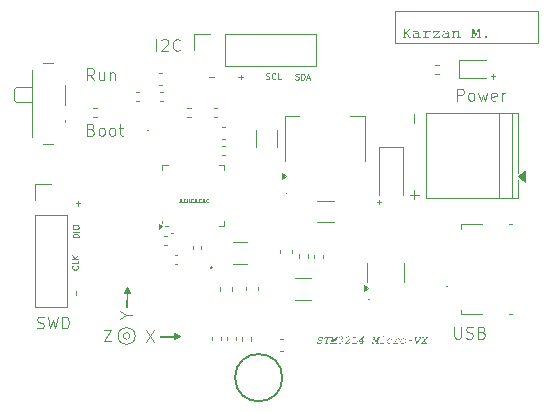
<source format=gbr>
%TF.GenerationSoftware,KiCad,Pcbnew,9.0.3+1*%
%TF.CreationDate,2025-09-03T21:21:14+02:00*%
%TF.ProjectId,Micro-VX,4d696372-6f2d-4565-982e-6b696361645f,rev?*%
%TF.SameCoordinates,Original*%
%TF.FileFunction,Legend,Top*%
%TF.FilePolarity,Positive*%
%FSLAX46Y46*%
G04 Gerber Fmt 4.6, Leading zero omitted, Abs format (unit mm)*
G04 Created by KiCad (PCBNEW 9.0.3+1) date 2025-09-03 21:21:14*
%MOMM*%
%LPD*%
G01*
G04 APERTURE LIST*
%ADD10C,0.100000*%
%ADD11C,0.080000*%
%ADD12C,0.062500*%
%ADD13C,0.120000*%
%ADD14C,0.150000*%
G04 APERTURE END LIST*
D10*
X43650000Y-58800000D02*
X43150000Y-59050000D01*
X43150000Y-58814705D01*
X41950000Y-58850000D01*
X41950000Y-58725000D01*
X43150000Y-58777941D01*
X43150000Y-58550000D01*
X43650000Y-58800000D01*
G36*
X43650000Y-58800000D02*
G01*
X43150000Y-59050000D01*
X43150000Y-58814705D01*
X41950000Y-58850000D01*
X41950000Y-58725000D01*
X43150000Y-58777941D01*
X43150000Y-58550000D01*
X43650000Y-58800000D01*
G37*
X39400000Y-55125000D02*
X39164706Y-55125000D01*
X39200000Y-56325000D01*
X39075000Y-56325000D01*
X39127941Y-55125000D01*
X38900000Y-55125000D01*
X39150000Y-54625000D01*
X39400000Y-55125000D01*
G36*
X39400000Y-55125000D02*
G01*
X39164706Y-55125000D01*
X39200000Y-56325000D01*
X39075000Y-56325000D01*
X39127941Y-55125000D01*
X38900000Y-55125000D01*
X39150000Y-54625000D01*
X39400000Y-55125000D01*
G37*
X66290000Y-54580000D02*
G75*
G02*
X66210000Y-54580000I-40000J0D01*
G01*
X66210000Y-54580000D02*
G75*
G02*
X66290000Y-54580000I40000J0D01*
G01*
X40993852Y-41350000D02*
G75*
G02*
X40886148Y-41350000I-53852J0D01*
G01*
X40886148Y-41350000D02*
G75*
G02*
X40993852Y-41350000I53852J0D01*
G01*
X39868179Y-58765000D02*
G75*
G02*
X38409659Y-58765000I-729260J0D01*
G01*
X38409659Y-58765000D02*
G75*
G02*
X39868179Y-58765000I729260J0D01*
G01*
X61890000Y-31210000D02*
X73950000Y-31210000D01*
X73950000Y-33970000D01*
X61890000Y-33970000D01*
X61890000Y-31210000D01*
X52700000Y-46710000D02*
G75*
G02*
X52640000Y-46710000I-30000J0D01*
G01*
X52640000Y-46710000D02*
G75*
G02*
X52700000Y-46710000I30000J0D01*
G01*
X46404340Y-52990000D02*
G75*
G02*
X46215660Y-52990000I-94340J0D01*
G01*
X46215660Y-52990000D02*
G75*
G02*
X46404340Y-52990000I94340J0D01*
G01*
X43080828Y-50090000D02*
G75*
G02*
X42959172Y-50090000I-60828J0D01*
G01*
X42959172Y-50090000D02*
G75*
G02*
X43080828Y-50090000I60828J0D01*
G01*
X59700990Y-55670000D02*
G75*
G02*
X59599010Y-55670000I-50990J0D01*
G01*
X59599010Y-55670000D02*
G75*
G02*
X59700990Y-55670000I50990J0D01*
G01*
X39420368Y-58765000D02*
G75*
G02*
X38857470Y-58765000I-281449J0D01*
G01*
X38857470Y-58765000D02*
G75*
G02*
X39420368Y-58765000I281449J0D01*
G01*
X50941027Y-36989800D02*
X51012455Y-37013609D01*
X51012455Y-37013609D02*
X51131503Y-37013609D01*
X51131503Y-37013609D02*
X51179122Y-36989800D01*
X51179122Y-36989800D02*
X51202931Y-36965990D01*
X51202931Y-36965990D02*
X51226741Y-36918371D01*
X51226741Y-36918371D02*
X51226741Y-36870752D01*
X51226741Y-36870752D02*
X51202931Y-36823133D01*
X51202931Y-36823133D02*
X51179122Y-36799323D01*
X51179122Y-36799323D02*
X51131503Y-36775514D01*
X51131503Y-36775514D02*
X51036265Y-36751704D01*
X51036265Y-36751704D02*
X50988646Y-36727895D01*
X50988646Y-36727895D02*
X50964836Y-36704085D01*
X50964836Y-36704085D02*
X50941027Y-36656466D01*
X50941027Y-36656466D02*
X50941027Y-36608847D01*
X50941027Y-36608847D02*
X50964836Y-36561228D01*
X50964836Y-36561228D02*
X50988646Y-36537419D01*
X50988646Y-36537419D02*
X51036265Y-36513609D01*
X51036265Y-36513609D02*
X51155312Y-36513609D01*
X51155312Y-36513609D02*
X51226741Y-36537419D01*
X51726740Y-36965990D02*
X51702931Y-36989800D01*
X51702931Y-36989800D02*
X51631502Y-37013609D01*
X51631502Y-37013609D02*
X51583883Y-37013609D01*
X51583883Y-37013609D02*
X51512455Y-36989800D01*
X51512455Y-36989800D02*
X51464836Y-36942180D01*
X51464836Y-36942180D02*
X51441026Y-36894561D01*
X51441026Y-36894561D02*
X51417217Y-36799323D01*
X51417217Y-36799323D02*
X51417217Y-36727895D01*
X51417217Y-36727895D02*
X51441026Y-36632657D01*
X51441026Y-36632657D02*
X51464836Y-36585038D01*
X51464836Y-36585038D02*
X51512455Y-36537419D01*
X51512455Y-36537419D02*
X51583883Y-36513609D01*
X51583883Y-36513609D02*
X51631502Y-36513609D01*
X51631502Y-36513609D02*
X51702931Y-36537419D01*
X51702931Y-36537419D02*
X51726740Y-36561228D01*
X52179121Y-37013609D02*
X51941026Y-37013609D01*
X51941026Y-37013609D02*
X51941026Y-36513609D01*
X37855639Y-59190342D02*
X37255639Y-59190342D01*
X37255639Y-59190342D02*
X37855639Y-58290342D01*
X37855639Y-58290342D02*
X37255639Y-58290342D01*
X63491466Y-47196115D02*
X63491466Y-46434211D01*
X63872419Y-46815163D02*
X63110514Y-46815163D01*
G36*
X62503958Y-32740607D02*
G01*
X62503958Y-32806430D01*
X62621561Y-32806430D01*
X62621561Y-33464237D01*
X62503958Y-33464237D01*
X62503958Y-33530000D01*
X62810544Y-33530000D01*
X62810544Y-33464237D01*
X62691536Y-33464237D01*
X62691536Y-33242648D01*
X62788135Y-33150080D01*
X62822340Y-33169391D01*
X62853024Y-33191296D01*
X62905966Y-33243329D01*
X62958353Y-33316710D01*
X62972965Y-33340833D01*
X62980096Y-33353901D01*
X63020589Y-33430709D01*
X63063946Y-33530000D01*
X63243159Y-33530000D01*
X63243159Y-33464237D01*
X63114382Y-33464237D01*
X63079941Y-33389906D01*
X63046578Y-33326684D01*
X63014627Y-33273976D01*
X62983830Y-33230157D01*
X62953890Y-33193838D01*
X62925228Y-33164548D01*
X62868881Y-33120950D01*
X62835762Y-33102391D01*
X63139539Y-32806430D01*
X63202554Y-32806430D01*
X63202554Y-32740607D01*
X62929551Y-32740607D01*
X62929551Y-32806430D01*
X63044345Y-32806430D01*
X62691536Y-33150080D01*
X62691536Y-32806430D01*
X62810544Y-32806430D01*
X62810544Y-32740607D01*
X62503958Y-32740607D01*
G37*
G36*
X63708451Y-32902656D02*
G01*
X63745117Y-32907874D01*
X63776903Y-32916090D01*
X63804156Y-32926912D01*
X63846460Y-32954804D01*
X63874817Y-32988406D01*
X63892017Y-33024579D01*
X63900850Y-33060181D01*
X63904569Y-33117107D01*
X63904569Y-33464237D01*
X64029193Y-33464237D01*
X64029193Y-33530000D01*
X63834593Y-33530000D01*
X63834593Y-33429494D01*
X63829123Y-33434471D01*
X63764979Y-33484311D01*
X63698638Y-33520684D01*
X63632613Y-33542345D01*
X63567208Y-33549539D01*
X63519522Y-33545361D01*
X63488647Y-33537718D01*
X63460341Y-33526636D01*
X63433843Y-33511930D01*
X63410392Y-33494380D01*
X63389743Y-33473980D01*
X63372574Y-33451531D01*
X63349406Y-33402696D01*
X63341987Y-33354328D01*
X63417365Y-33354328D01*
X63420509Y-33379741D01*
X63427969Y-33400518D01*
X63439333Y-33419740D01*
X63454841Y-33437745D01*
X63473558Y-33453262D01*
X63517840Y-33475001D01*
X63565804Y-33482372D01*
X63584163Y-33481690D01*
X63639314Y-33471385D01*
X63700632Y-33445728D01*
X63766051Y-33401741D01*
X63799688Y-33372162D01*
X63834593Y-33336193D01*
X63834593Y-33224879D01*
X63763482Y-33215443D01*
X63652571Y-33209553D01*
X63607531Y-33211335D01*
X63567431Y-33216580D01*
X63533404Y-33224752D01*
X63495850Y-33239666D01*
X63467418Y-33257674D01*
X63446840Y-33277413D01*
X63432847Y-33297518D01*
X63419545Y-33333373D01*
X63417365Y-33354328D01*
X63341987Y-33354328D01*
X63341772Y-33352923D01*
X63343315Y-33331985D01*
X63357511Y-33283583D01*
X63385505Y-33238399D01*
X63426610Y-33199810D01*
X63481358Y-33169624D01*
X63514186Y-33158270D01*
X63551291Y-33149680D01*
X63592618Y-33144275D01*
X63638588Y-33142386D01*
X63735790Y-33147220D01*
X63834593Y-33160582D01*
X63834593Y-33117107D01*
X63834067Y-33094148D01*
X63826778Y-33053425D01*
X63809267Y-33019936D01*
X63779567Y-32993572D01*
X63758880Y-32983227D01*
X63733566Y-32975227D01*
X63702318Y-32969931D01*
X63665211Y-32968058D01*
X63614973Y-32971192D01*
X63529359Y-32989070D01*
X63480557Y-33005038D01*
X63425792Y-33027103D01*
X63399169Y-32963845D01*
X63495120Y-32928403D01*
X63582819Y-32907733D01*
X63666554Y-32900830D01*
X63708451Y-32902656D01*
G37*
G36*
X64214635Y-32928185D02*
G01*
X64214635Y-32994009D01*
X64376995Y-32994009D01*
X64376995Y-33464237D01*
X64203400Y-33464237D01*
X64203400Y-33530000D01*
X64713012Y-33530000D01*
X64713012Y-33464237D01*
X64447032Y-33464237D01*
X64447032Y-33157773D01*
X64449357Y-33155173D01*
X64496431Y-33104575D01*
X64561330Y-33046464D01*
X64598978Y-33020137D01*
X64639300Y-32998585D01*
X64681702Y-32984028D01*
X64725591Y-32978682D01*
X64747732Y-32980511D01*
X64765695Y-32985499D01*
X64792586Y-33002928D01*
X64812177Y-33027988D01*
X64813824Y-33030462D01*
X64819380Y-33040232D01*
X64893569Y-32985704D01*
X64868919Y-32958697D01*
X64837836Y-32934186D01*
X64796441Y-32916176D01*
X64740852Y-32908674D01*
X64736826Y-32908646D01*
X64674414Y-32915885D01*
X64613561Y-32937426D01*
X64552451Y-32973977D01*
X64488786Y-33027260D01*
X64450735Y-33064550D01*
X64447032Y-33068258D01*
X64447032Y-32928185D01*
X64214635Y-32928185D01*
G37*
G36*
X65097206Y-32928185D02*
G01*
X65097206Y-33118572D01*
X65163030Y-33118572D01*
X65163030Y-32994009D01*
X65532630Y-32994009D01*
X65083224Y-33464237D01*
X65083224Y-33530000D01*
X65632037Y-33530000D01*
X65632037Y-33335460D01*
X65566214Y-33335460D01*
X65566214Y-33464237D01*
X65178417Y-33464237D01*
X65632037Y-32988391D01*
X65632037Y-32928185D01*
X65097206Y-32928185D01*
G37*
G36*
X66226106Y-32902656D02*
G01*
X66262773Y-32907874D01*
X66294558Y-32916090D01*
X66321811Y-32926912D01*
X66364115Y-32954804D01*
X66392472Y-32988406D01*
X66409672Y-33024579D01*
X66418505Y-33060181D01*
X66422224Y-33117107D01*
X66422224Y-33464237D01*
X66546849Y-33464237D01*
X66546849Y-33530000D01*
X66352248Y-33530000D01*
X66352248Y-33429494D01*
X66346779Y-33434471D01*
X66282635Y-33484311D01*
X66216293Y-33520684D01*
X66150269Y-33542345D01*
X66084863Y-33549539D01*
X66037177Y-33545361D01*
X66006303Y-33537718D01*
X65977996Y-33526636D01*
X65951499Y-33511930D01*
X65928047Y-33494380D01*
X65907398Y-33473980D01*
X65890229Y-33451531D01*
X65867061Y-33402696D01*
X65859642Y-33354328D01*
X65935020Y-33354328D01*
X65938164Y-33379741D01*
X65945624Y-33400518D01*
X65956988Y-33419740D01*
X65972496Y-33437745D01*
X65991214Y-33453262D01*
X66035495Y-33475001D01*
X66083459Y-33482372D01*
X66101819Y-33481690D01*
X66156969Y-33471385D01*
X66218287Y-33445728D01*
X66283706Y-33401741D01*
X66317343Y-33372162D01*
X66352248Y-33336193D01*
X66352248Y-33224879D01*
X66281137Y-33215443D01*
X66170226Y-33209553D01*
X66125186Y-33211335D01*
X66085086Y-33216580D01*
X66051059Y-33224752D01*
X66013505Y-33239666D01*
X65985073Y-33257674D01*
X65964495Y-33277413D01*
X65950502Y-33297518D01*
X65937200Y-33333373D01*
X65935020Y-33354328D01*
X65859642Y-33354328D01*
X65859427Y-33352923D01*
X65860970Y-33331985D01*
X65875166Y-33283583D01*
X65903160Y-33238399D01*
X65944265Y-33199810D01*
X65999013Y-33169624D01*
X66031841Y-33158270D01*
X66068946Y-33149680D01*
X66110274Y-33144275D01*
X66156243Y-33142386D01*
X66253445Y-33147220D01*
X66352248Y-33160582D01*
X66352248Y-33117107D01*
X66351722Y-33094148D01*
X66344434Y-33053425D01*
X66326923Y-33019936D01*
X66297222Y-32993572D01*
X66276535Y-32983227D01*
X66251221Y-32975227D01*
X66219973Y-32969931D01*
X66182866Y-32968058D01*
X66132629Y-32971192D01*
X66047014Y-32989070D01*
X65998212Y-33005038D01*
X65943447Y-33027103D01*
X65916824Y-32963845D01*
X66012775Y-32928403D01*
X66100474Y-32907733D01*
X66184209Y-32900830D01*
X66226106Y-32902656D01*
G37*
G36*
X66663658Y-32928185D02*
G01*
X66663658Y-32994009D01*
X66778452Y-32994009D01*
X66778452Y-33464237D01*
X66663658Y-33464237D01*
X66663658Y-33530000D01*
X66966031Y-33530000D01*
X66966031Y-33464237D01*
X66848489Y-33464237D01*
X66848489Y-33090301D01*
X66898099Y-33053649D01*
X66941679Y-33025915D01*
X66979791Y-33005874D01*
X67012918Y-32992344D01*
X67068589Y-32979736D01*
X67090655Y-32978682D01*
X67114744Y-32980609D01*
X67136962Y-32986281D01*
X67156798Y-32995336D01*
X67174521Y-33007689D01*
X67203135Y-33041890D01*
X67221678Y-33088985D01*
X67227859Y-33144706D01*
X67227859Y-33464237D01*
X67107447Y-33464237D01*
X67107447Y-33530000D01*
X67409881Y-33530000D01*
X67409881Y-33464237D01*
X67297834Y-33464237D01*
X67297834Y-33139150D01*
X67295906Y-33103788D01*
X67290220Y-33070599D01*
X67281138Y-33040381D01*
X67268729Y-33012704D01*
X67253562Y-32988381D01*
X67235500Y-32966893D01*
X67215206Y-32948853D01*
X67192402Y-32933904D01*
X67167611Y-32922390D01*
X67140623Y-32914244D01*
X67089251Y-32908646D01*
X67026560Y-32915772D01*
X66964390Y-32937013D01*
X66898786Y-32973501D01*
X66853113Y-33004736D01*
X66848489Y-33007991D01*
X66848489Y-32928185D01*
X66663658Y-32928185D01*
G37*
G36*
X68305703Y-32740607D02*
G01*
X68305703Y-32806430D01*
X68405109Y-32806430D01*
X68381296Y-33464237D01*
X68295872Y-33464237D01*
X68295872Y-33530000D01*
X68592688Y-33530000D01*
X68592688Y-33464237D01*
X68442906Y-33464237D01*
X68463911Y-32806430D01*
X68489068Y-32806430D01*
X68671090Y-33326789D01*
X68743874Y-33326789D01*
X68939879Y-32806430D01*
X68965097Y-32806430D01*
X68986102Y-33464237D01*
X68836320Y-33464237D01*
X68836320Y-33530000D01*
X69133075Y-33530000D01*
X69133075Y-33464237D01*
X69047712Y-33464237D01*
X69023899Y-32806430D01*
X69123306Y-32806430D01*
X69123306Y-32740607D01*
X68897869Y-32740607D01*
X68724274Y-33214804D01*
X68699117Y-33214804D01*
X68539504Y-32740607D01*
X68305703Y-32740607D01*
G37*
G36*
X69553722Y-33363060D02*
G01*
X69512371Y-33370607D01*
X69492765Y-33379992D01*
X69475427Y-33392832D01*
X69462183Y-33407637D01*
X69452422Y-33425056D01*
X69445889Y-33458253D01*
X69453066Y-33493381D01*
X69473461Y-33522131D01*
X69506239Y-33543459D01*
X69547687Y-33553280D01*
X69553722Y-33553447D01*
X69595036Y-33545899D01*
X69614636Y-33536512D01*
X69631970Y-33523668D01*
X69645211Y-33508858D01*
X69654969Y-33491434D01*
X69661495Y-33458253D01*
X69654263Y-33423632D01*
X69633346Y-33394248D01*
X69599747Y-33372472D01*
X69579164Y-33365896D01*
X69557753Y-33363132D01*
X69553722Y-33363060D01*
G37*
X34965990Y-52829449D02*
X34989800Y-52853258D01*
X34989800Y-52853258D02*
X35013609Y-52924687D01*
X35013609Y-52924687D02*
X35013609Y-52972306D01*
X35013609Y-52972306D02*
X34989800Y-53043734D01*
X34989800Y-53043734D02*
X34942180Y-53091353D01*
X34942180Y-53091353D02*
X34894561Y-53115163D01*
X34894561Y-53115163D02*
X34799323Y-53138972D01*
X34799323Y-53138972D02*
X34727895Y-53138972D01*
X34727895Y-53138972D02*
X34632657Y-53115163D01*
X34632657Y-53115163D02*
X34585038Y-53091353D01*
X34585038Y-53091353D02*
X34537419Y-53043734D01*
X34537419Y-53043734D02*
X34513609Y-52972306D01*
X34513609Y-52972306D02*
X34513609Y-52924687D01*
X34513609Y-52924687D02*
X34537419Y-52853258D01*
X34537419Y-52853258D02*
X34561228Y-52829449D01*
X35013609Y-52377068D02*
X35013609Y-52615163D01*
X35013609Y-52615163D02*
X34513609Y-52615163D01*
X35013609Y-52210401D02*
X34513609Y-52210401D01*
X35013609Y-51924687D02*
X34727895Y-52138972D01*
X34513609Y-51924687D02*
X34799323Y-52210401D01*
X31546265Y-58074800D02*
X31689122Y-58122419D01*
X31689122Y-58122419D02*
X31927217Y-58122419D01*
X31927217Y-58122419D02*
X32022455Y-58074800D01*
X32022455Y-58074800D02*
X32070074Y-58027180D01*
X32070074Y-58027180D02*
X32117693Y-57931942D01*
X32117693Y-57931942D02*
X32117693Y-57836704D01*
X32117693Y-57836704D02*
X32070074Y-57741466D01*
X32070074Y-57741466D02*
X32022455Y-57693847D01*
X32022455Y-57693847D02*
X31927217Y-57646228D01*
X31927217Y-57646228D02*
X31736741Y-57598609D01*
X31736741Y-57598609D02*
X31641503Y-57550990D01*
X31641503Y-57550990D02*
X31593884Y-57503371D01*
X31593884Y-57503371D02*
X31546265Y-57408133D01*
X31546265Y-57408133D02*
X31546265Y-57312895D01*
X31546265Y-57312895D02*
X31593884Y-57217657D01*
X31593884Y-57217657D02*
X31641503Y-57170038D01*
X31641503Y-57170038D02*
X31736741Y-57122419D01*
X31736741Y-57122419D02*
X31974836Y-57122419D01*
X31974836Y-57122419D02*
X32117693Y-57170038D01*
X32451027Y-57122419D02*
X32689122Y-58122419D01*
X32689122Y-58122419D02*
X32879598Y-57408133D01*
X32879598Y-57408133D02*
X33070074Y-58122419D01*
X33070074Y-58122419D02*
X33308170Y-57122419D01*
X33689122Y-58122419D02*
X33689122Y-57122419D01*
X33689122Y-57122419D02*
X33927217Y-57122419D01*
X33927217Y-57122419D02*
X34070074Y-57170038D01*
X34070074Y-57170038D02*
X34165312Y-57265276D01*
X34165312Y-57265276D02*
X34212931Y-57360514D01*
X34212931Y-57360514D02*
X34260550Y-57550990D01*
X34260550Y-57550990D02*
X34260550Y-57693847D01*
X34260550Y-57693847D02*
X34212931Y-57884323D01*
X34212931Y-57884323D02*
X34165312Y-57979561D01*
X34165312Y-57979561D02*
X34070074Y-58074800D01*
X34070074Y-58074800D02*
X33927217Y-58122419D01*
X33927217Y-58122419D02*
X33689122Y-58122419D01*
X36395312Y-37112419D02*
X36061979Y-36636228D01*
X35823884Y-37112419D02*
X35823884Y-36112419D01*
X35823884Y-36112419D02*
X36204836Y-36112419D01*
X36204836Y-36112419D02*
X36300074Y-36160038D01*
X36300074Y-36160038D02*
X36347693Y-36207657D01*
X36347693Y-36207657D02*
X36395312Y-36302895D01*
X36395312Y-36302895D02*
X36395312Y-36445752D01*
X36395312Y-36445752D02*
X36347693Y-36540990D01*
X36347693Y-36540990D02*
X36300074Y-36588609D01*
X36300074Y-36588609D02*
X36204836Y-36636228D01*
X36204836Y-36636228D02*
X35823884Y-36636228D01*
X37252455Y-36445752D02*
X37252455Y-37112419D01*
X36823884Y-36445752D02*
X36823884Y-36969561D01*
X36823884Y-36969561D02*
X36871503Y-37064800D01*
X36871503Y-37064800D02*
X36966741Y-37112419D01*
X36966741Y-37112419D02*
X37109598Y-37112419D01*
X37109598Y-37112419D02*
X37204836Y-37064800D01*
X37204836Y-37064800D02*
X37252455Y-37017180D01*
X37728646Y-36445752D02*
X37728646Y-37112419D01*
X37728646Y-36540990D02*
X37776265Y-36493371D01*
X37776265Y-36493371D02*
X37871503Y-36445752D01*
X37871503Y-36445752D02*
X38014360Y-36445752D01*
X38014360Y-36445752D02*
X38109598Y-36493371D01*
X38109598Y-36493371D02*
X38157217Y-36588609D01*
X38157217Y-36588609D02*
X38157217Y-37112419D01*
X40798646Y-58249419D02*
X41465312Y-59249419D01*
X41465312Y-58249419D02*
X40798646Y-59249419D01*
X66883884Y-57982419D02*
X66883884Y-58791942D01*
X66883884Y-58791942D02*
X66931503Y-58887180D01*
X66931503Y-58887180D02*
X66979122Y-58934800D01*
X66979122Y-58934800D02*
X67074360Y-58982419D01*
X67074360Y-58982419D02*
X67264836Y-58982419D01*
X67264836Y-58982419D02*
X67360074Y-58934800D01*
X67360074Y-58934800D02*
X67407693Y-58887180D01*
X67407693Y-58887180D02*
X67455312Y-58791942D01*
X67455312Y-58791942D02*
X67455312Y-57982419D01*
X67883884Y-58934800D02*
X68026741Y-58982419D01*
X68026741Y-58982419D02*
X68264836Y-58982419D01*
X68264836Y-58982419D02*
X68360074Y-58934800D01*
X68360074Y-58934800D02*
X68407693Y-58887180D01*
X68407693Y-58887180D02*
X68455312Y-58791942D01*
X68455312Y-58791942D02*
X68455312Y-58696704D01*
X68455312Y-58696704D02*
X68407693Y-58601466D01*
X68407693Y-58601466D02*
X68360074Y-58553847D01*
X68360074Y-58553847D02*
X68264836Y-58506228D01*
X68264836Y-58506228D02*
X68074360Y-58458609D01*
X68074360Y-58458609D02*
X67979122Y-58410990D01*
X67979122Y-58410990D02*
X67931503Y-58363371D01*
X67931503Y-58363371D02*
X67883884Y-58268133D01*
X67883884Y-58268133D02*
X67883884Y-58172895D01*
X67883884Y-58172895D02*
X67931503Y-58077657D01*
X67931503Y-58077657D02*
X67979122Y-58030038D01*
X67979122Y-58030038D02*
X68074360Y-57982419D01*
X68074360Y-57982419D02*
X68312455Y-57982419D01*
X68312455Y-57982419D02*
X68455312Y-58030038D01*
X69217217Y-58458609D02*
X69360074Y-58506228D01*
X69360074Y-58506228D02*
X69407693Y-58553847D01*
X69407693Y-58553847D02*
X69455312Y-58649085D01*
X69455312Y-58649085D02*
X69455312Y-58791942D01*
X69455312Y-58791942D02*
X69407693Y-58887180D01*
X69407693Y-58887180D02*
X69360074Y-58934800D01*
X69360074Y-58934800D02*
X69264836Y-58982419D01*
X69264836Y-58982419D02*
X68883884Y-58982419D01*
X68883884Y-58982419D02*
X68883884Y-57982419D01*
X68883884Y-57982419D02*
X69217217Y-57982419D01*
X69217217Y-57982419D02*
X69312455Y-58030038D01*
X69312455Y-58030038D02*
X69360074Y-58077657D01*
X69360074Y-58077657D02*
X69407693Y-58172895D01*
X69407693Y-58172895D02*
X69407693Y-58268133D01*
X69407693Y-58268133D02*
X69360074Y-58363371D01*
X69360074Y-58363371D02*
X69312455Y-58410990D01*
X69312455Y-58410990D02*
X69217217Y-58458609D01*
X69217217Y-58458609D02*
X68883884Y-58458609D01*
X41647082Y-34627095D02*
X41647082Y-33627095D01*
X42075653Y-33722333D02*
X42123272Y-33674714D01*
X42123272Y-33674714D02*
X42218510Y-33627095D01*
X42218510Y-33627095D02*
X42456605Y-33627095D01*
X42456605Y-33627095D02*
X42551843Y-33674714D01*
X42551843Y-33674714D02*
X42599462Y-33722333D01*
X42599462Y-33722333D02*
X42647081Y-33817571D01*
X42647081Y-33817571D02*
X42647081Y-33912809D01*
X42647081Y-33912809D02*
X42599462Y-34055666D01*
X42599462Y-34055666D02*
X42028034Y-34627095D01*
X42028034Y-34627095D02*
X42647081Y-34627095D01*
X43647081Y-34531856D02*
X43599462Y-34579476D01*
X43599462Y-34579476D02*
X43456605Y-34627095D01*
X43456605Y-34627095D02*
X43361367Y-34627095D01*
X43361367Y-34627095D02*
X43218510Y-34579476D01*
X43218510Y-34579476D02*
X43123272Y-34484237D01*
X43123272Y-34484237D02*
X43075653Y-34388999D01*
X43075653Y-34388999D02*
X43028034Y-34198523D01*
X43028034Y-34198523D02*
X43028034Y-34055666D01*
X43028034Y-34055666D02*
X43075653Y-33865190D01*
X43075653Y-33865190D02*
X43123272Y-33769952D01*
X43123272Y-33769952D02*
X43218510Y-33674714D01*
X43218510Y-33674714D02*
X43361367Y-33627095D01*
X43361367Y-33627095D02*
X43456605Y-33627095D01*
X43456605Y-33627095D02*
X43599462Y-33674714D01*
X43599462Y-33674714D02*
X43647081Y-33722333D01*
X53431027Y-37029800D02*
X53502455Y-37053609D01*
X53502455Y-37053609D02*
X53621503Y-37053609D01*
X53621503Y-37053609D02*
X53669122Y-37029800D01*
X53669122Y-37029800D02*
X53692931Y-37005990D01*
X53692931Y-37005990D02*
X53716741Y-36958371D01*
X53716741Y-36958371D02*
X53716741Y-36910752D01*
X53716741Y-36910752D02*
X53692931Y-36863133D01*
X53692931Y-36863133D02*
X53669122Y-36839323D01*
X53669122Y-36839323D02*
X53621503Y-36815514D01*
X53621503Y-36815514D02*
X53526265Y-36791704D01*
X53526265Y-36791704D02*
X53478646Y-36767895D01*
X53478646Y-36767895D02*
X53454836Y-36744085D01*
X53454836Y-36744085D02*
X53431027Y-36696466D01*
X53431027Y-36696466D02*
X53431027Y-36648847D01*
X53431027Y-36648847D02*
X53454836Y-36601228D01*
X53454836Y-36601228D02*
X53478646Y-36577419D01*
X53478646Y-36577419D02*
X53526265Y-36553609D01*
X53526265Y-36553609D02*
X53645312Y-36553609D01*
X53645312Y-36553609D02*
X53716741Y-36577419D01*
X53931026Y-37053609D02*
X53931026Y-36553609D01*
X53931026Y-36553609D02*
X54050074Y-36553609D01*
X54050074Y-36553609D02*
X54121502Y-36577419D01*
X54121502Y-36577419D02*
X54169121Y-36625038D01*
X54169121Y-36625038D02*
X54192931Y-36672657D01*
X54192931Y-36672657D02*
X54216740Y-36767895D01*
X54216740Y-36767895D02*
X54216740Y-36839323D01*
X54216740Y-36839323D02*
X54192931Y-36934561D01*
X54192931Y-36934561D02*
X54169121Y-36982180D01*
X54169121Y-36982180D02*
X54121502Y-37029800D01*
X54121502Y-37029800D02*
X54050074Y-37053609D01*
X54050074Y-37053609D02*
X53931026Y-37053609D01*
X54407217Y-36910752D02*
X54645312Y-36910752D01*
X54359598Y-37053609D02*
X54526264Y-36553609D01*
X54526264Y-36553609D02*
X54692931Y-37053609D01*
X35063609Y-50425163D02*
X34563609Y-50425163D01*
X34563609Y-50425163D02*
X34563609Y-50306115D01*
X34563609Y-50306115D02*
X34587419Y-50234687D01*
X34587419Y-50234687D02*
X34635038Y-50187068D01*
X34635038Y-50187068D02*
X34682657Y-50163258D01*
X34682657Y-50163258D02*
X34777895Y-50139449D01*
X34777895Y-50139449D02*
X34849323Y-50139449D01*
X34849323Y-50139449D02*
X34944561Y-50163258D01*
X34944561Y-50163258D02*
X34992180Y-50187068D01*
X34992180Y-50187068D02*
X35039800Y-50234687D01*
X35039800Y-50234687D02*
X35063609Y-50306115D01*
X35063609Y-50306115D02*
X35063609Y-50425163D01*
X35063609Y-49925163D02*
X34563609Y-49925163D01*
X34563609Y-49591830D02*
X34563609Y-49496592D01*
X34563609Y-49496592D02*
X34587419Y-49448973D01*
X34587419Y-49448973D02*
X34635038Y-49401354D01*
X34635038Y-49401354D02*
X34730276Y-49377544D01*
X34730276Y-49377544D02*
X34896942Y-49377544D01*
X34896942Y-49377544D02*
X34992180Y-49401354D01*
X34992180Y-49401354D02*
X35039800Y-49448973D01*
X35039800Y-49448973D02*
X35063609Y-49496592D01*
X35063609Y-49496592D02*
X35063609Y-49591830D01*
X35063609Y-49591830D02*
X35039800Y-49639449D01*
X35039800Y-49639449D02*
X34992180Y-49687068D01*
X34992180Y-49687068D02*
X34896942Y-49710877D01*
X34896942Y-49710877D02*
X34730276Y-49710877D01*
X34730276Y-49710877D02*
X34635038Y-49687068D01*
X34635038Y-49687068D02*
X34587419Y-49639449D01*
X34587419Y-49639449D02*
X34563609Y-49591830D01*
G36*
X55753177Y-58836071D02*
G01*
X55751187Y-58839522D01*
X55749245Y-58842910D01*
X55736178Y-58867464D01*
X55718009Y-58893002D01*
X55710050Y-58897791D01*
X55701250Y-58891019D01*
X55699279Y-58888986D01*
X55686771Y-58875077D01*
X55663140Y-58857854D01*
X55646091Y-58849839D01*
X55624987Y-58843203D01*
X55599403Y-58838682D01*
X55568914Y-58837011D01*
X55541223Y-58838341D01*
X55515373Y-58842177D01*
X55468176Y-58856926D01*
X55427670Y-58880235D01*
X55394731Y-58910940D01*
X55370822Y-58947185D01*
X55362778Y-58966510D01*
X55357622Y-58985845D01*
X55355287Y-59009606D01*
X55360492Y-59045700D01*
X55376444Y-59082349D01*
X55387951Y-59098726D01*
X55401440Y-59112985D01*
X55409186Y-59119411D01*
X55424921Y-59129442D01*
X55443564Y-59137787D01*
X55491820Y-59149553D01*
X55518948Y-59152793D01*
X55519744Y-59152863D01*
X55569070Y-59158372D01*
X55592084Y-59163186D01*
X55612848Y-59170446D01*
X55630499Y-59180959D01*
X55644176Y-59195531D01*
X55653014Y-59214967D01*
X55656152Y-59240073D01*
X55654775Y-59257758D01*
X55650606Y-59275597D01*
X55643675Y-59293007D01*
X55633899Y-59309779D01*
X55621799Y-59324903D01*
X55606984Y-59338732D01*
X55590296Y-59350388D01*
X55571056Y-59360254D01*
X55550065Y-59367788D01*
X55526630Y-59373114D01*
X55485652Y-59376379D01*
X55457136Y-59375058D01*
X55432062Y-59371285D01*
X55410424Y-59365407D01*
X55391768Y-59357676D01*
X55362256Y-59337411D01*
X55341729Y-59311467D01*
X55329439Y-59280385D01*
X55325690Y-59245878D01*
X55325881Y-59241056D01*
X55282796Y-59241868D01*
X55273234Y-59303075D01*
X55261121Y-59352932D01*
X55240652Y-59416942D01*
X55282796Y-59424379D01*
X55299690Y-59384949D01*
X55310072Y-59365078D01*
X55318059Y-59356546D01*
X55324632Y-59360464D01*
X55328830Y-59365052D01*
X55356271Y-59388330D01*
X55392684Y-59406191D01*
X55437944Y-59417920D01*
X55491508Y-59422413D01*
X55519763Y-59421080D01*
X55546054Y-59417225D01*
X55570752Y-59410942D01*
X55593423Y-59402498D01*
X55633662Y-59379289D01*
X55666390Y-59348568D01*
X55690691Y-59311622D01*
X55705241Y-59270632D01*
X55709067Y-59236141D01*
X55707724Y-59215301D01*
X55703795Y-59196630D01*
X55697668Y-59180520D01*
X55689392Y-59166243D01*
X55666484Y-59142451D01*
X55633778Y-59123906D01*
X55588442Y-59110515D01*
X55535618Y-59103725D01*
X55534249Y-59103630D01*
X55496586Y-59099693D01*
X55475650Y-59095050D01*
X55455254Y-59087408D01*
X55436854Y-59075857D01*
X55421908Y-59059483D01*
X55411872Y-59037375D01*
X55408203Y-59008622D01*
X55413545Y-58976721D01*
X55429687Y-58946037D01*
X55441844Y-58931814D01*
X55456492Y-58918920D01*
X55473628Y-58907548D01*
X55493056Y-58898036D01*
X55514437Y-58890705D01*
X55537841Y-58885703D01*
X55572847Y-58883088D01*
X55598159Y-58884463D01*
X55621585Y-58888622D01*
X55641005Y-58894881D01*
X55658288Y-58903531D01*
X55671886Y-58913472D01*
X55683300Y-58925435D01*
X55691804Y-58938444D01*
X55698067Y-58953260D01*
X55701870Y-58969543D01*
X55703211Y-58987599D01*
X55703211Y-58988021D01*
X55699279Y-59022343D01*
X55740440Y-59030207D01*
X55751411Y-58974095D01*
X55762233Y-58934911D01*
X55778175Y-58887396D01*
X55793355Y-58847953D01*
X55753177Y-58836071D01*
G37*
G36*
X55936885Y-58853424D02*
G01*
X55878071Y-59059529D01*
X55926071Y-59059529D01*
X55972147Y-58899501D01*
X56138757Y-58899501D01*
X56040749Y-59359966D01*
X55923164Y-59359966D01*
X55912350Y-59406000D01*
X56198511Y-59406000D01*
X56208342Y-59359966D01*
X56088749Y-59359966D01*
X56185774Y-58899501D01*
X56353367Y-58899501D01*
X56330842Y-59059529D01*
X56377859Y-59059529D01*
X56407266Y-58853424D01*
X55936885Y-58853424D01*
G37*
G36*
X56474329Y-58853424D02*
G01*
X56464541Y-58899501D01*
X56532159Y-58899501D01*
X56419447Y-59359966D01*
X56359693Y-59359966D01*
X56349905Y-59406000D01*
X56561566Y-59406000D01*
X56571354Y-59359966D01*
X56464541Y-59359966D01*
X56576270Y-58899501D01*
X56593922Y-58899501D01*
X56646837Y-59263752D01*
X56696803Y-59263752D01*
X56907481Y-58899501D01*
X56924151Y-58899501D01*
X56834990Y-59359966D01*
X56727193Y-59359966D01*
X56717363Y-59406000D01*
X56939837Y-59406000D01*
X56946676Y-59359966D01*
X56882007Y-59359966D01*
X56972193Y-58899501D01*
X57032930Y-58899501D01*
X57042718Y-58853424D01*
X56888888Y-58853424D01*
X56696803Y-59185363D01*
X56680134Y-59185363D01*
X56634100Y-58853424D01*
X56474329Y-58853424D01*
G37*
G36*
X57025536Y-59370694D02*
G01*
X57036499Y-59375671D01*
X57047078Y-59380482D01*
X57082064Y-59395713D01*
X57116674Y-59408174D01*
X57153479Y-59416588D01*
X57195053Y-59419677D01*
X57247038Y-59414447D01*
X57295742Y-59399090D01*
X57339932Y-59374194D01*
X57377826Y-59340772D01*
X57393777Y-59321354D01*
X57407287Y-59300653D01*
X57418190Y-59278982D01*
X57426385Y-59256545D01*
X57431635Y-59234166D01*
X57434046Y-59211535D01*
X57434197Y-59204340D01*
X57428893Y-59166920D01*
X57413278Y-59132504D01*
X57401874Y-59117225D01*
X57388270Y-59103615D01*
X57356790Y-59083208D01*
X57397987Y-59054825D01*
X57428386Y-59022260D01*
X57449076Y-58986515D01*
X57460563Y-58949710D01*
X57463604Y-58918949D01*
X57458357Y-58884764D01*
X57443070Y-58854268D01*
X57418271Y-58828674D01*
X57384819Y-58809833D01*
X57365320Y-58803604D01*
X57344421Y-58799844D01*
X57324434Y-58798714D01*
X57277300Y-58803899D01*
X57227715Y-58819886D01*
X57166141Y-58850446D01*
X57145087Y-58862358D01*
X57161756Y-58901382D01*
X57172175Y-58895949D01*
X57182315Y-58890653D01*
X57188800Y-58887171D01*
X57217391Y-58872215D01*
X57248220Y-58858572D01*
X57281528Y-58848634D01*
X57317553Y-58844790D01*
X57335099Y-58846165D01*
X57352418Y-58850316D01*
X57368123Y-58856939D01*
X57382292Y-58866186D01*
X57393102Y-58876671D01*
X57401715Y-58889296D01*
X57407217Y-58902535D01*
X57410222Y-58917553D01*
X57410689Y-58926771D01*
X57408837Y-58947558D01*
X57401346Y-58973604D01*
X57392413Y-58991612D01*
X57379353Y-59010098D01*
X57361663Y-59028241D01*
X57329151Y-59050240D01*
X57294306Y-59062219D01*
X57253249Y-59066805D01*
X57238580Y-59067255D01*
X57238180Y-59067265D01*
X57228392Y-59113299D01*
X57234233Y-59113093D01*
X57284343Y-59113351D01*
X57310657Y-59117315D01*
X57334222Y-59126036D01*
X57357755Y-59144551D01*
X57373890Y-59169882D01*
X57381089Y-59199656D01*
X57381282Y-59205323D01*
X57376053Y-59246672D01*
X57360769Y-59284519D01*
X57335936Y-59317887D01*
X57302378Y-59345134D01*
X57261820Y-59364172D01*
X57239809Y-59369981D01*
X57217035Y-59373111D01*
X57202917Y-59373643D01*
X57154110Y-59368249D01*
X57099877Y-59351121D01*
X57051994Y-59328636D01*
X57025536Y-59370694D01*
G37*
G36*
X57970701Y-59263197D02*
G01*
X57951082Y-59359966D01*
X57680607Y-59359966D01*
X57680607Y-59358000D01*
X57838980Y-59244118D01*
X57912618Y-59186645D01*
X57972043Y-59136889D01*
X58020667Y-59090175D01*
X58021162Y-59089582D01*
X58039074Y-59066964D01*
X58059193Y-59034797D01*
X58075602Y-58993261D01*
X58080568Y-58969038D01*
X58082387Y-58942543D01*
X58077188Y-58903780D01*
X58062143Y-58869252D01*
X58037889Y-58839754D01*
X58005351Y-58816843D01*
X57966502Y-58802609D01*
X57931506Y-58798714D01*
X57881727Y-58803953D01*
X57831925Y-58819786D01*
X57782607Y-58846541D01*
X57734506Y-58884883D01*
X57719802Y-58949381D01*
X57771734Y-58949381D01*
X57782348Y-58918216D01*
X57801577Y-58892590D01*
X57829516Y-58871752D01*
X57865984Y-58856186D01*
X57905974Y-58847650D01*
X57918726Y-58846757D01*
X57953794Y-58851955D01*
X57985896Y-58867227D01*
X57999518Y-58878137D01*
X58011000Y-58890895D01*
X58019718Y-58904708D01*
X58025835Y-58919807D01*
X58029472Y-58944509D01*
X58026980Y-58971228D01*
X58015007Y-59011164D01*
X58004143Y-59032710D01*
X57988963Y-59055049D01*
X57975573Y-59070599D01*
X57927830Y-59113620D01*
X57802363Y-59213145D01*
X57614955Y-59353127D01*
X57604184Y-59406000D01*
X57986345Y-59406000D01*
X58016734Y-59263197D01*
X57970701Y-59263197D01*
G37*
G36*
X58285713Y-58853424D02*
G01*
X58275882Y-58899501D01*
X58373891Y-58899501D01*
X58275882Y-59359966D01*
X58177916Y-59359966D01*
X58168086Y-59406000D01*
X58641416Y-59406000D01*
X58705145Y-59161641D01*
X58658086Y-59161641D01*
X58602221Y-59359966D01*
X58324908Y-59359966D01*
X58422916Y-58899501D01*
X58543450Y-58899501D01*
X58553238Y-58853424D01*
X58285713Y-58853424D01*
G37*
G36*
X59121072Y-59216736D02*
G01*
X59209293Y-59216736D01*
X59199505Y-59263752D01*
X59110301Y-59263752D01*
X59089742Y-59359966D01*
X59177920Y-59359966D01*
X59169115Y-59406000D01*
X58900607Y-59406000D01*
X58909412Y-59359966D01*
X59041700Y-59359966D01*
X59063285Y-59263752D01*
X58800632Y-59263752D01*
X58810995Y-59216736D01*
X58860429Y-59216736D01*
X59073073Y-59216736D01*
X59148513Y-58861460D01*
X59146590Y-58859494D01*
X58860429Y-59216736D01*
X58810995Y-59216736D01*
X58813369Y-59205965D01*
X59141674Y-58798714D01*
X59209293Y-58798714D01*
X59121072Y-59216736D01*
G37*
G36*
X59999046Y-58853424D02*
G01*
X59989258Y-58899501D01*
X60056877Y-58899501D01*
X59944165Y-59359966D01*
X59884411Y-59359966D01*
X59874623Y-59406000D01*
X60086284Y-59406000D01*
X60096072Y-59359966D01*
X59989258Y-59359966D01*
X60100987Y-58899501D01*
X60118640Y-58899501D01*
X60171555Y-59263752D01*
X60221521Y-59263752D01*
X60432199Y-58899501D01*
X60448868Y-58899501D01*
X60359707Y-59359966D01*
X60251911Y-59359966D01*
X60242080Y-59406000D01*
X60464555Y-59406000D01*
X60471393Y-59359966D01*
X60406724Y-59359966D01*
X60496911Y-58899501D01*
X60557648Y-58899501D01*
X60567436Y-58853424D01*
X60413606Y-58853424D01*
X60221521Y-59185363D01*
X60204851Y-59185363D01*
X60158818Y-58853424D01*
X59999046Y-58853424D01*
G37*
G36*
X60675703Y-58984729D02*
G01*
X60665872Y-59030806D01*
X60809957Y-59030806D01*
X60740372Y-59359966D01*
X60567906Y-59359966D01*
X60558075Y-59406000D01*
X60950109Y-59406000D01*
X60959897Y-59359966D01*
X60790338Y-59359966D01*
X60869711Y-58984729D01*
X60675703Y-58984729D01*
G37*
G36*
X60820728Y-58879797D02*
G01*
X60892279Y-58879797D01*
X60916770Y-58763152D01*
X60845219Y-58763152D01*
X60820728Y-58879797D01*
G37*
G36*
X61605181Y-58969128D02*
G01*
X61594809Y-58995203D01*
X61584305Y-59014585D01*
X61578078Y-59022223D01*
X61572825Y-59024950D01*
X61564020Y-59020077D01*
X61549809Y-59006903D01*
X61531196Y-58993610D01*
X61506670Y-58982002D01*
X61474720Y-58973886D01*
X61436605Y-58971052D01*
X61381926Y-58976303D01*
X61329984Y-58991806D01*
X61281660Y-59017200D01*
X61238377Y-59051877D01*
X61202057Y-59094581D01*
X61187158Y-59118326D01*
X61174808Y-59143125D01*
X61165189Y-59168550D01*
X61158339Y-59194504D01*
X61153393Y-59241783D01*
X61154722Y-59266838D01*
X61158553Y-59289636D01*
X61164702Y-59310392D01*
X61172912Y-59329036D01*
X61195436Y-59361288D01*
X61225815Y-59387063D01*
X61263891Y-59406148D01*
X61308350Y-59417382D01*
X61339579Y-59419677D01*
X61394967Y-59414691D01*
X61452057Y-59399643D01*
X61511276Y-59374359D01*
X61574791Y-59338466D01*
X61555172Y-59298417D01*
X61553701Y-59299282D01*
X61516864Y-59320252D01*
X61467940Y-59344064D01*
X61411795Y-59363585D01*
X61382537Y-59369505D01*
X61353299Y-59371677D01*
X61333559Y-59370718D01*
X61302965Y-59365369D01*
X61268246Y-59351927D01*
X61251440Y-59341013D01*
X61236125Y-59326686D01*
X61225555Y-59312525D01*
X61216888Y-59295672D01*
X61210989Y-59277704D01*
X61207363Y-59257110D01*
X61206308Y-59236910D01*
X61211722Y-59192227D01*
X61218666Y-59169052D01*
X61228375Y-59146253D01*
X61240721Y-59124326D01*
X61255707Y-59103502D01*
X61272622Y-59084799D01*
X61291911Y-59067788D01*
X61312406Y-59053485D01*
X61334972Y-59041289D01*
X61358322Y-59031898D01*
X61383483Y-59024908D01*
X61409342Y-59020677D01*
X61436818Y-59019100D01*
X61438571Y-59019094D01*
X61467150Y-59020414D01*
X61491057Y-59024178D01*
X61509796Y-59029746D01*
X61525046Y-59037006D01*
X61536969Y-59045543D01*
X61546197Y-59055236D01*
X61558362Y-59078573D01*
X61563358Y-59108687D01*
X61563082Y-59138128D01*
X61563037Y-59139244D01*
X61605181Y-59133345D01*
X61610651Y-59083067D01*
X61619579Y-59039430D01*
X61640443Y-58976523D01*
X61605181Y-58969128D01*
G37*
G36*
X61806498Y-58984729D02*
G01*
X61796710Y-59030806D01*
X61911345Y-59030806D01*
X61840778Y-59359966D01*
X61718320Y-59359966D01*
X61708490Y-59406000D01*
X62066202Y-59406000D01*
X62075990Y-59359966D01*
X61890786Y-59359966D01*
X61932930Y-59161085D01*
X61957401Y-59131625D01*
X61987604Y-59100434D01*
X62015938Y-59075528D01*
X62046357Y-59053423D01*
X62070846Y-59039361D01*
X62095691Y-59028916D01*
X62115695Y-59023706D01*
X62135469Y-59021830D01*
X62135786Y-59021830D01*
X62151053Y-59023134D01*
X62163590Y-59026789D01*
X62181808Y-59039613D01*
X62194361Y-59060024D01*
X62201439Y-59080644D01*
X62256320Y-59074745D01*
X62250610Y-59053285D01*
X62243168Y-59035105D01*
X62223824Y-59006847D01*
X62199531Y-58987836D01*
X62171505Y-58977004D01*
X62142625Y-58973787D01*
X62098274Y-58978852D01*
X62056070Y-58993764D01*
X62014607Y-59018827D01*
X61972060Y-59055207D01*
X61952506Y-59074745D01*
X61950540Y-59072779D01*
X61970159Y-58984729D01*
X61806498Y-58984729D01*
G37*
G36*
X62645577Y-58967645D02*
G01*
X62694131Y-58978555D01*
X62734221Y-58997574D01*
X62765906Y-59023704D01*
X62789318Y-59056639D01*
X62797870Y-59075782D01*
X62804163Y-59096723D01*
X62808106Y-59119801D01*
X62809451Y-59144715D01*
X62809403Y-59149327D01*
X62807436Y-59175049D01*
X62802620Y-59201014D01*
X62795004Y-59226922D01*
X62784640Y-59252451D01*
X62756632Y-59300094D01*
X62720239Y-59341353D01*
X62676980Y-59374683D01*
X62627935Y-59399235D01*
X62573701Y-59414439D01*
X62544837Y-59418338D01*
X62514485Y-59419677D01*
X62476567Y-59417297D01*
X62428080Y-59406083D01*
X62388166Y-59387010D01*
X62356743Y-59361066D01*
X62333569Y-59328459D01*
X62325107Y-59309496D01*
X62318856Y-59288647D01*
X62314937Y-59265606D01*
X62313595Y-59240586D01*
X62313673Y-59234730D01*
X62366510Y-59234730D01*
X62370530Y-59270114D01*
X62383664Y-59304554D01*
X62405039Y-59332790D01*
X62434612Y-59354354D01*
X62452721Y-59362423D01*
X62473237Y-59368474D01*
X62496483Y-59372313D01*
X62522349Y-59373643D01*
X62526310Y-59373613D01*
X62553019Y-59371776D01*
X62578298Y-59367255D01*
X62603233Y-59359868D01*
X62626491Y-59350026D01*
X62649203Y-59337231D01*
X62669919Y-59322281D01*
X62689490Y-59304557D01*
X62706708Y-59285134D01*
X62721891Y-59263751D01*
X62734426Y-59241330D01*
X62751155Y-59195266D01*
X62756536Y-59151553D01*
X62753349Y-59118971D01*
X62740816Y-59083172D01*
X62719579Y-59053862D01*
X62705777Y-59041750D01*
X62689873Y-59031479D01*
X62671682Y-59023110D01*
X62651406Y-59016919D01*
X62628598Y-59012999D01*
X62603688Y-59011657D01*
X62597002Y-59011740D01*
X62569826Y-59013829D01*
X62544137Y-59018575D01*
X62518978Y-59026127D01*
X62495541Y-59036095D01*
X62472852Y-59048894D01*
X62452178Y-59063810D01*
X62432804Y-59081348D01*
X62415767Y-59100572D01*
X62400806Y-59121687D01*
X62388446Y-59143897D01*
X62371893Y-59189969D01*
X62366510Y-59234730D01*
X62313673Y-59234730D01*
X62313674Y-59234651D01*
X62315784Y-59208965D01*
X62320740Y-59182958D01*
X62338907Y-59131631D01*
X62366942Y-59084273D01*
X62403249Y-59043366D01*
X62446446Y-59010333D01*
X62495620Y-58985957D01*
X62550336Y-58970816D01*
X62579631Y-58966919D01*
X62610527Y-58965581D01*
X62645577Y-58967645D01*
G37*
G36*
X63065692Y-59094962D02*
G01*
X63065692Y-59148861D01*
X63273421Y-59148861D01*
X63273421Y-59094962D01*
X63065692Y-59094962D01*
G37*
G36*
X63521797Y-58853424D02*
G01*
X63512009Y-58899501D01*
X63579628Y-58899501D01*
X63663916Y-59406000D01*
X63723713Y-59406000D01*
X64027484Y-58899501D01*
X64087281Y-58899501D01*
X64097069Y-58853424D01*
X63888314Y-58853424D01*
X63878526Y-58899501D01*
X63978501Y-58899501D01*
X63706060Y-59351161D01*
X63628654Y-58899501D01*
X63723713Y-58899501D01*
X63731535Y-58853424D01*
X63521797Y-58853424D01*
G37*
G36*
X64153360Y-58853424D02*
G01*
X64143572Y-58899501D01*
X64196488Y-58899501D01*
X64314072Y-59115479D01*
X64075954Y-59359966D01*
X64026971Y-59359966D01*
X64017140Y-59406000D01*
X64225894Y-59406000D01*
X64236666Y-59359966D01*
X64132801Y-59359966D01*
X64333691Y-59151810D01*
X64442471Y-59359966D01*
X64351344Y-59359966D01*
X64343479Y-59406000D01*
X64541462Y-59406000D01*
X64551250Y-59359966D01*
X64499318Y-59359966D01*
X64368954Y-59115479D01*
X64580657Y-58899501D01*
X64630623Y-58899501D01*
X64640411Y-58853424D01*
X64460123Y-58853424D01*
X64450293Y-58899501D01*
X64523810Y-58899501D01*
X64351344Y-59079190D01*
X64253335Y-58899501D01*
X64333691Y-58899501D01*
X64343479Y-58853424D01*
X64153360Y-58853424D01*
G37*
X35003133Y-47735163D02*
X35003133Y-47354211D01*
X35193609Y-47544687D02*
X34812657Y-47544687D01*
D11*
X69981678Y-36794173D02*
X70362631Y-36794173D01*
X70172154Y-36984649D02*
X70172154Y-36603697D01*
X60318480Y-47409497D02*
X60699433Y-47409497D01*
X60508956Y-47599973D02*
X60508956Y-47219021D01*
D10*
X46495163Y-36796866D02*
X46114211Y-36796866D01*
X63491466Y-40696115D02*
X63491466Y-39934211D01*
D12*
X43647070Y-47166154D02*
X43647070Y-47344726D01*
X43647070Y-47344726D02*
X43635165Y-47380440D01*
X43635165Y-47380440D02*
X43611356Y-47404250D01*
X43611356Y-47404250D02*
X43575641Y-47416154D01*
X43575641Y-47416154D02*
X43551832Y-47416154D01*
X43885165Y-47416154D02*
X43766117Y-47416154D01*
X43766117Y-47416154D02*
X43766117Y-47166154D01*
X44111355Y-47392345D02*
X44099451Y-47404250D01*
X44099451Y-47404250D02*
X44063736Y-47416154D01*
X44063736Y-47416154D02*
X44039927Y-47416154D01*
X44039927Y-47416154D02*
X44004213Y-47404250D01*
X44004213Y-47404250D02*
X43980403Y-47380440D01*
X43980403Y-47380440D02*
X43968498Y-47356630D01*
X43968498Y-47356630D02*
X43956594Y-47309011D01*
X43956594Y-47309011D02*
X43956594Y-47273297D01*
X43956594Y-47273297D02*
X43968498Y-47225678D01*
X43968498Y-47225678D02*
X43980403Y-47201869D01*
X43980403Y-47201869D02*
X44004213Y-47178059D01*
X44004213Y-47178059D02*
X44039927Y-47166154D01*
X44039927Y-47166154D02*
X44063736Y-47166154D01*
X44063736Y-47166154D02*
X44099451Y-47178059D01*
X44099451Y-47178059D02*
X44111355Y-47189964D01*
X44289927Y-47166154D02*
X44289927Y-47344726D01*
X44289927Y-47344726D02*
X44278022Y-47380440D01*
X44278022Y-47380440D02*
X44254213Y-47404250D01*
X44254213Y-47404250D02*
X44218498Y-47416154D01*
X44218498Y-47416154D02*
X44194689Y-47416154D01*
X44528022Y-47416154D02*
X44408974Y-47416154D01*
X44408974Y-47416154D02*
X44408974Y-47166154D01*
X44754212Y-47392345D02*
X44742308Y-47404250D01*
X44742308Y-47404250D02*
X44706593Y-47416154D01*
X44706593Y-47416154D02*
X44682784Y-47416154D01*
X44682784Y-47416154D02*
X44647070Y-47404250D01*
X44647070Y-47404250D02*
X44623260Y-47380440D01*
X44623260Y-47380440D02*
X44611355Y-47356630D01*
X44611355Y-47356630D02*
X44599451Y-47309011D01*
X44599451Y-47309011D02*
X44599451Y-47273297D01*
X44599451Y-47273297D02*
X44611355Y-47225678D01*
X44611355Y-47225678D02*
X44623260Y-47201869D01*
X44623260Y-47201869D02*
X44647070Y-47178059D01*
X44647070Y-47178059D02*
X44682784Y-47166154D01*
X44682784Y-47166154D02*
X44706593Y-47166154D01*
X44706593Y-47166154D02*
X44742308Y-47178059D01*
X44742308Y-47178059D02*
X44754212Y-47189964D01*
X44932784Y-47166154D02*
X44932784Y-47344726D01*
X44932784Y-47344726D02*
X44920879Y-47380440D01*
X44920879Y-47380440D02*
X44897070Y-47404250D01*
X44897070Y-47404250D02*
X44861355Y-47416154D01*
X44861355Y-47416154D02*
X44837546Y-47416154D01*
X45170879Y-47416154D02*
X45051831Y-47416154D01*
X45051831Y-47416154D02*
X45051831Y-47166154D01*
X45397069Y-47392345D02*
X45385165Y-47404250D01*
X45385165Y-47404250D02*
X45349450Y-47416154D01*
X45349450Y-47416154D02*
X45325641Y-47416154D01*
X45325641Y-47416154D02*
X45289927Y-47404250D01*
X45289927Y-47404250D02*
X45266117Y-47380440D01*
X45266117Y-47380440D02*
X45254212Y-47356630D01*
X45254212Y-47356630D02*
X45242308Y-47309011D01*
X45242308Y-47309011D02*
X45242308Y-47273297D01*
X45242308Y-47273297D02*
X45254212Y-47225678D01*
X45254212Y-47225678D02*
X45266117Y-47201869D01*
X45266117Y-47201869D02*
X45289927Y-47178059D01*
X45289927Y-47178059D02*
X45325641Y-47166154D01*
X45325641Y-47166154D02*
X45349450Y-47166154D01*
X45349450Y-47166154D02*
X45385165Y-47178059D01*
X45385165Y-47178059D02*
X45397069Y-47189964D01*
X45575641Y-47166154D02*
X45575641Y-47344726D01*
X45575641Y-47344726D02*
X45563736Y-47380440D01*
X45563736Y-47380440D02*
X45539927Y-47404250D01*
X45539927Y-47404250D02*
X45504212Y-47416154D01*
X45504212Y-47416154D02*
X45480403Y-47416154D01*
X45813736Y-47416154D02*
X45694688Y-47416154D01*
X45694688Y-47416154D02*
X45694688Y-47166154D01*
X46039926Y-47392345D02*
X46028022Y-47404250D01*
X46028022Y-47404250D02*
X45992307Y-47416154D01*
X45992307Y-47416154D02*
X45968498Y-47416154D01*
X45968498Y-47416154D02*
X45932784Y-47404250D01*
X45932784Y-47404250D02*
X45908974Y-47380440D01*
X45908974Y-47380440D02*
X45897069Y-47356630D01*
X45897069Y-47356630D02*
X45885165Y-47309011D01*
X45885165Y-47309011D02*
X45885165Y-47273297D01*
X45885165Y-47273297D02*
X45897069Y-47225678D01*
X45897069Y-47225678D02*
X45908974Y-47201869D01*
X45908974Y-47201869D02*
X45932784Y-47178059D01*
X45932784Y-47178059D02*
X45968498Y-47166154D01*
X45968498Y-47166154D02*
X45992307Y-47166154D01*
X45992307Y-47166154D02*
X46028022Y-47178059D01*
X46028022Y-47178059D02*
X46039926Y-47189964D01*
D10*
X36137217Y-41278609D02*
X36280074Y-41326228D01*
X36280074Y-41326228D02*
X36327693Y-41373847D01*
X36327693Y-41373847D02*
X36375312Y-41469085D01*
X36375312Y-41469085D02*
X36375312Y-41611942D01*
X36375312Y-41611942D02*
X36327693Y-41707180D01*
X36327693Y-41707180D02*
X36280074Y-41754800D01*
X36280074Y-41754800D02*
X36184836Y-41802419D01*
X36184836Y-41802419D02*
X35803884Y-41802419D01*
X35803884Y-41802419D02*
X35803884Y-40802419D01*
X35803884Y-40802419D02*
X36137217Y-40802419D01*
X36137217Y-40802419D02*
X36232455Y-40850038D01*
X36232455Y-40850038D02*
X36280074Y-40897657D01*
X36280074Y-40897657D02*
X36327693Y-40992895D01*
X36327693Y-40992895D02*
X36327693Y-41088133D01*
X36327693Y-41088133D02*
X36280074Y-41183371D01*
X36280074Y-41183371D02*
X36232455Y-41230990D01*
X36232455Y-41230990D02*
X36137217Y-41278609D01*
X36137217Y-41278609D02*
X35803884Y-41278609D01*
X36946741Y-41802419D02*
X36851503Y-41754800D01*
X36851503Y-41754800D02*
X36803884Y-41707180D01*
X36803884Y-41707180D02*
X36756265Y-41611942D01*
X36756265Y-41611942D02*
X36756265Y-41326228D01*
X36756265Y-41326228D02*
X36803884Y-41230990D01*
X36803884Y-41230990D02*
X36851503Y-41183371D01*
X36851503Y-41183371D02*
X36946741Y-41135752D01*
X36946741Y-41135752D02*
X37089598Y-41135752D01*
X37089598Y-41135752D02*
X37184836Y-41183371D01*
X37184836Y-41183371D02*
X37232455Y-41230990D01*
X37232455Y-41230990D02*
X37280074Y-41326228D01*
X37280074Y-41326228D02*
X37280074Y-41611942D01*
X37280074Y-41611942D02*
X37232455Y-41707180D01*
X37232455Y-41707180D02*
X37184836Y-41754800D01*
X37184836Y-41754800D02*
X37089598Y-41802419D01*
X37089598Y-41802419D02*
X36946741Y-41802419D01*
X37851503Y-41802419D02*
X37756265Y-41754800D01*
X37756265Y-41754800D02*
X37708646Y-41707180D01*
X37708646Y-41707180D02*
X37661027Y-41611942D01*
X37661027Y-41611942D02*
X37661027Y-41326228D01*
X37661027Y-41326228D02*
X37708646Y-41230990D01*
X37708646Y-41230990D02*
X37756265Y-41183371D01*
X37756265Y-41183371D02*
X37851503Y-41135752D01*
X37851503Y-41135752D02*
X37994360Y-41135752D01*
X37994360Y-41135752D02*
X38089598Y-41183371D01*
X38089598Y-41183371D02*
X38137217Y-41230990D01*
X38137217Y-41230990D02*
X38184836Y-41326228D01*
X38184836Y-41326228D02*
X38184836Y-41611942D01*
X38184836Y-41611942D02*
X38137217Y-41707180D01*
X38137217Y-41707180D02*
X38089598Y-41754800D01*
X38089598Y-41754800D02*
X37994360Y-41802419D01*
X37994360Y-41802419D02*
X37851503Y-41802419D01*
X38470551Y-41135752D02*
X38851503Y-41135752D01*
X38613408Y-40802419D02*
X38613408Y-41659561D01*
X38613408Y-41659561D02*
X38661027Y-41754800D01*
X38661027Y-41754800D02*
X38756265Y-41802419D01*
X38756265Y-41802419D02*
X38851503Y-41802419D01*
X39113985Y-56984805D02*
X39590176Y-56984805D01*
X38590176Y-57318138D02*
X39113985Y-56984805D01*
X39113985Y-56984805D02*
X38590176Y-56651472D01*
X48985163Y-36826866D02*
X48604211Y-36826866D01*
X48794687Y-36636390D02*
X48794687Y-37017342D01*
X34823133Y-55325163D02*
X34823133Y-54944211D01*
X67113884Y-38842419D02*
X67113884Y-37842419D01*
X67113884Y-37842419D02*
X67494836Y-37842419D01*
X67494836Y-37842419D02*
X67590074Y-37890038D01*
X67590074Y-37890038D02*
X67637693Y-37937657D01*
X67637693Y-37937657D02*
X67685312Y-38032895D01*
X67685312Y-38032895D02*
X67685312Y-38175752D01*
X67685312Y-38175752D02*
X67637693Y-38270990D01*
X67637693Y-38270990D02*
X67590074Y-38318609D01*
X67590074Y-38318609D02*
X67494836Y-38366228D01*
X67494836Y-38366228D02*
X67113884Y-38366228D01*
X68256741Y-38842419D02*
X68161503Y-38794800D01*
X68161503Y-38794800D02*
X68113884Y-38747180D01*
X68113884Y-38747180D02*
X68066265Y-38651942D01*
X68066265Y-38651942D02*
X68066265Y-38366228D01*
X68066265Y-38366228D02*
X68113884Y-38270990D01*
X68113884Y-38270990D02*
X68161503Y-38223371D01*
X68161503Y-38223371D02*
X68256741Y-38175752D01*
X68256741Y-38175752D02*
X68399598Y-38175752D01*
X68399598Y-38175752D02*
X68494836Y-38223371D01*
X68494836Y-38223371D02*
X68542455Y-38270990D01*
X68542455Y-38270990D02*
X68590074Y-38366228D01*
X68590074Y-38366228D02*
X68590074Y-38651942D01*
X68590074Y-38651942D02*
X68542455Y-38747180D01*
X68542455Y-38747180D02*
X68494836Y-38794800D01*
X68494836Y-38794800D02*
X68399598Y-38842419D01*
X68399598Y-38842419D02*
X68256741Y-38842419D01*
X68923408Y-38175752D02*
X69113884Y-38842419D01*
X69113884Y-38842419D02*
X69304360Y-38366228D01*
X69304360Y-38366228D02*
X69494836Y-38842419D01*
X69494836Y-38842419D02*
X69685312Y-38175752D01*
X70447217Y-38794800D02*
X70351979Y-38842419D01*
X70351979Y-38842419D02*
X70161503Y-38842419D01*
X70161503Y-38842419D02*
X70066265Y-38794800D01*
X70066265Y-38794800D02*
X70018646Y-38699561D01*
X70018646Y-38699561D02*
X70018646Y-38318609D01*
X70018646Y-38318609D02*
X70066265Y-38223371D01*
X70066265Y-38223371D02*
X70161503Y-38175752D01*
X70161503Y-38175752D02*
X70351979Y-38175752D01*
X70351979Y-38175752D02*
X70447217Y-38223371D01*
X70447217Y-38223371D02*
X70494836Y-38318609D01*
X70494836Y-38318609D02*
X70494836Y-38413847D01*
X70494836Y-38413847D02*
X70018646Y-38509085D01*
X70923408Y-38842419D02*
X70923408Y-38175752D01*
X70923408Y-38366228D02*
X70971027Y-38270990D01*
X70971027Y-38270990D02*
X71018646Y-38223371D01*
X71018646Y-38223371D02*
X71113884Y-38175752D01*
X71113884Y-38175752D02*
X71209122Y-38175752D01*
D13*
%TO.C,C15*%
X52084420Y-58990000D02*
X52365580Y-58990000D01*
X52084420Y-60010000D02*
X52365580Y-60010000D01*
%TO.C,R9*%
X47620000Y-59143641D02*
X47620000Y-58836359D01*
X48380000Y-59143641D02*
X48380000Y-58836359D01*
%TO.C,R7*%
X48870000Y-59163641D02*
X48870000Y-58856359D01*
X49630000Y-59163641D02*
X49630000Y-58856359D01*
%TO.C,R8*%
X46370000Y-59143641D02*
X46370000Y-58836359D01*
X47130000Y-59143641D02*
X47130000Y-58836359D01*
D14*
%TO.C,MIC1*%
X52318600Y-62295500D02*
G75*
G02*
X48318600Y-62295500I-2000000J0D01*
G01*
X48318600Y-62295500D02*
G75*
G02*
X52318600Y-62295500I2000000J0D01*
G01*
D13*
%TO.C,C8*%
X56654450Y-47324676D02*
X55231946Y-47324676D01*
X56654450Y-49144676D02*
X55231946Y-49144676D01*
%TO.C,C5*%
X47038198Y-54636596D02*
X47038198Y-54917756D01*
X48058198Y-54636596D02*
X48058198Y-54917756D01*
%TO.C,C7*%
X43421034Y-51934676D02*
X43205362Y-51934676D01*
X43421034Y-52654676D02*
X43205362Y-52654676D01*
%TO.C,R1*%
X36299557Y-39454676D02*
X36606839Y-39454676D01*
X36299557Y-40214676D02*
X36606839Y-40214676D01*
%TO.C,R2*%
X65573641Y-35800000D02*
X65266359Y-35800000D01*
X65573641Y-36560000D02*
X65266359Y-36560000D01*
%TO.C,C6*%
X49228198Y-54601596D02*
X49228198Y-54882756D01*
X50248198Y-54601596D02*
X50248198Y-54882756D01*
%TO.C,R6*%
X44249557Y-39454676D02*
X44556839Y-39454676D01*
X44249557Y-40214676D02*
X44556839Y-40214676D01*
%TO.C,C9*%
X50058198Y-41323424D02*
X50058198Y-42745928D01*
X51878198Y-41323424D02*
X51878198Y-42745928D01*
%TO.C,D1*%
X67277500Y-35440000D02*
X67277500Y-36910000D01*
X67277500Y-36910000D02*
X69562500Y-36910000D01*
X69562500Y-35440000D02*
X67277500Y-35440000D01*
%TO.C,C11*%
X53356946Y-53874676D02*
X54779450Y-53874676D01*
X53356946Y-55694676D02*
X54779450Y-55694676D01*
%TO.C,J3*%
X44863198Y-33204676D02*
X46193198Y-33204676D01*
X44863198Y-34534676D02*
X44863198Y-33204676D01*
X47463198Y-33204676D02*
X55143198Y-33204676D01*
X47463198Y-35864676D02*
X47463198Y-33204676D01*
X47463198Y-35864676D02*
X55143198Y-35864676D01*
X55143198Y-35864676D02*
X55143198Y-33204676D01*
%TO.C,C10*%
X52103198Y-51479096D02*
X52103198Y-51760256D01*
X53123198Y-51479096D02*
X53123198Y-51760256D01*
%TO.C,U4*%
X59483198Y-53392176D02*
X59483198Y-52592176D01*
X59483198Y-53392176D02*
X59483198Y-54192176D01*
X62603198Y-53392176D02*
X62603198Y-52592176D01*
X62603198Y-53392176D02*
X62603198Y-54192176D01*
X59533198Y-54692176D02*
X59203198Y-54932176D01*
X59203198Y-54452176D01*
X59533198Y-54692176D01*
G36*
X59533198Y-54692176D02*
G01*
X59203198Y-54932176D01*
X59203198Y-54452176D01*
X59533198Y-54692176D01*
G37*
%TO.C,C1*%
X42556034Y-50337176D02*
X42340362Y-50337176D01*
X42556034Y-51057176D02*
X42340362Y-51057176D01*
%TO.C,U1*%
X42170698Y-44274676D02*
X42645698Y-44274676D01*
X42170698Y-44749676D02*
X42170698Y-44274676D01*
X42170698Y-49019676D02*
X42170698Y-49194676D01*
X42645698Y-49494676D02*
X42410698Y-49494676D01*
X47390698Y-44274676D02*
X46915698Y-44274676D01*
X47390698Y-44749676D02*
X47390698Y-44274676D01*
X47390698Y-49019676D02*
X47390698Y-49494676D01*
X47390698Y-49494676D02*
X46915698Y-49494676D01*
X42170698Y-49494676D02*
X41840698Y-49734676D01*
X41840698Y-49254676D01*
X42170698Y-49494676D01*
G36*
X42170698Y-49494676D02*
G01*
X41840698Y-49734676D01*
X41840698Y-49254676D01*
X42170698Y-49494676D01*
G37*
%TO.C,J2*%
X31363198Y-45904676D02*
X32743198Y-45904676D01*
X31363198Y-47284676D02*
X31363198Y-45904676D01*
X31363198Y-48554676D02*
X31363198Y-56284676D01*
X31363198Y-48554676D02*
X34123198Y-48554676D01*
X31363198Y-56284676D02*
X34123198Y-56284676D01*
X34123198Y-48554676D02*
X34123198Y-56284676D01*
%TO.C,SW1*%
X29588198Y-37884676D02*
X29588198Y-38784676D01*
X29798198Y-37684676D02*
X29588198Y-37884676D01*
X29798198Y-38984676D02*
X29588198Y-38784676D01*
X29798198Y-38984676D02*
X31088198Y-38984676D01*
X31088198Y-36234676D02*
X31088198Y-41934676D01*
X31088198Y-37684676D02*
X29798198Y-37684676D01*
X32098198Y-42534676D02*
X32888198Y-42534676D01*
X32888198Y-35634676D02*
X32098198Y-35634676D01*
X33938198Y-37484676D02*
X33938198Y-39184676D01*
X33938198Y-40484676D02*
X33938198Y-40684676D01*
%TO.C,R4*%
X54983198Y-51871035D02*
X54983198Y-52178317D01*
X55743198Y-51871035D02*
X55743198Y-52178317D01*
%TO.C,R5*%
X46806839Y-39454676D02*
X46499557Y-39454676D01*
X46806839Y-40214676D02*
X46499557Y-40214676D01*
%TO.C,J4*%
X64447500Y-39880000D02*
X72287500Y-39880000D01*
X64447500Y-47120000D02*
X64447500Y-39880000D01*
X70667500Y-47120000D02*
X70667500Y-39880000D01*
X71767500Y-47120000D02*
X71767500Y-39880000D01*
X72287500Y-39880000D02*
X72287500Y-44950000D01*
X72287500Y-45550000D02*
X72287500Y-47120000D01*
X72287500Y-47120000D02*
X64447500Y-47120000D01*
X72897500Y-45690000D02*
X72287500Y-45250000D01*
X72897500Y-44810000D01*
X72897500Y-45690000D01*
G36*
X72897500Y-45690000D02*
G01*
X72287500Y-45250000D01*
X72897500Y-44810000D01*
X72897500Y-45690000D01*
G37*
%TO.C,C4*%
X44733198Y-51156840D02*
X44733198Y-51372512D01*
X45453198Y-51156840D02*
X45453198Y-51372512D01*
%TO.C,C12*%
X41882618Y-36499676D02*
X42163778Y-36499676D01*
X41882618Y-37519676D02*
X42163778Y-37519676D01*
%TO.C,FB1*%
X48101134Y-50834676D02*
X49305262Y-50834676D01*
X48101134Y-52654676D02*
X49305262Y-52654676D01*
%TO.C,D2*%
X60500000Y-42790000D02*
X60500000Y-46800000D01*
X62500000Y-42790000D02*
X60500000Y-42790000D01*
X62500000Y-42790000D02*
X62500000Y-46800000D01*
%TO.C,R3*%
X53713198Y-52158317D02*
X53713198Y-51851035D01*
X54473198Y-52158317D02*
X54473198Y-51851035D01*
%TO.C,C2*%
X47235362Y-42694676D02*
X47451034Y-42694676D01*
X47235362Y-43414676D02*
X47451034Y-43414676D01*
%TO.C,J1*%
X67433198Y-49324676D02*
X67433198Y-49704676D01*
X67433198Y-49324676D02*
X69203198Y-49324676D01*
X67433198Y-56944676D02*
X67433198Y-56564676D01*
X69203198Y-56944676D02*
X67433198Y-56944676D01*
X71483198Y-49324676D02*
X71743198Y-49324676D01*
X71743198Y-56944676D02*
X71483198Y-56944676D01*
%TO.C,C3*%
X47197618Y-41094676D02*
X47478778Y-41094676D01*
X47197618Y-42114676D02*
X47478778Y-42114676D01*
%TO.C,U2*%
X52508198Y-40174676D02*
X53768198Y-40174676D01*
X52508198Y-43934676D02*
X52508198Y-40174676D01*
X59328198Y-40174676D02*
X58068198Y-40174676D01*
X59328198Y-43934676D02*
X59328198Y-40174676D01*
X52608198Y-45214676D02*
X52278198Y-45454676D01*
X52278198Y-44974676D01*
X52608198Y-45214676D01*
G36*
X52608198Y-45214676D02*
G01*
X52278198Y-45454676D01*
X52278198Y-44974676D01*
X52608198Y-45214676D01*
G37*
%TO.C,C14*%
X40176034Y-38149676D02*
X39960362Y-38149676D01*
X40176034Y-38869676D02*
X39960362Y-38869676D01*
%TO.C,C13*%
X41960362Y-38149676D02*
X42176034Y-38149676D01*
X41960362Y-38869676D02*
X42176034Y-38869676D01*
%TD*%
M02*

</source>
